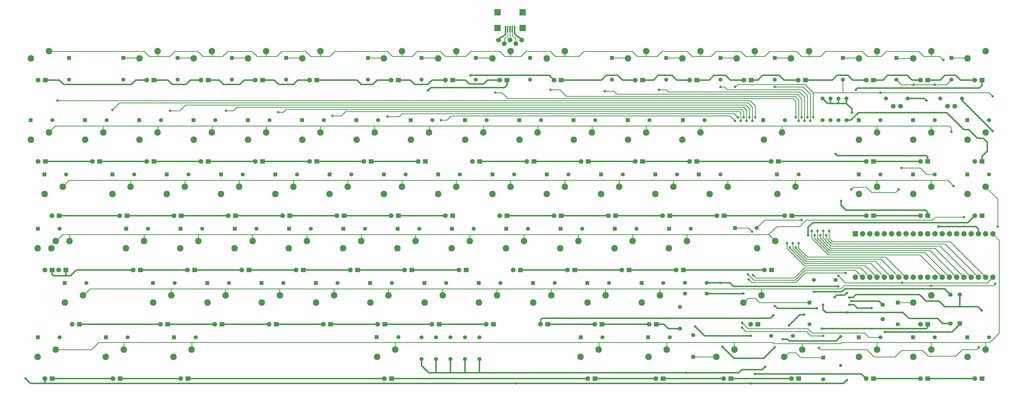
<source format=gtl>
G04 (created by PCBNEW (2013-04-19 BZR 4011)-stable) date 14/07/2013 10:02:36 PM*
%MOIN*%
G04 Gerber Fmt 3.4, Leading zero omitted, Abs format*
%FSLAX34Y34*%
G01*
G70*
G90*
G04 APERTURE LIST*
%ADD10C,0*%
%ADD11C,0.09*%
%ADD12R,0.066X0.059*%
%ADD13C,0.066*%
%ADD14C,0.074*%
%ADD15R,0.074X0.074*%
%ADD16C,0.055*%
%ADD17R,0.055X0.055*%
%ADD18R,0.0865X0.0865*%
%ADD19R,0.0196X0.0865*%
%ADD20C,0.06*%
%ADD21R,0.06X0.06*%
%ADD22C,0.0591*%
%ADD23C,0.045*%
%ADD24C,0.035*%
%ADD25C,0.01*%
%ADD26C,0.02*%
G04 APERTURE END LIST*
G54D10*
G54D11*
X110072Y-42095D03*
X107572Y-43095D03*
G54D12*
X109572Y-46095D03*
G54D13*
X108572Y-46095D03*
X128260Y-15970D03*
X129260Y-15970D03*
X135760Y-15970D03*
X136760Y-15970D03*
G54D14*
X123010Y-39595D03*
X124010Y-39595D03*
X125010Y-39595D03*
X126010Y-39595D03*
X127010Y-39595D03*
X128010Y-39595D03*
X129010Y-39595D03*
X130010Y-39595D03*
X131010Y-39595D03*
X132010Y-39595D03*
X133010Y-39595D03*
X134010Y-39595D03*
X135010Y-39595D03*
X136010Y-39595D03*
X137010Y-39595D03*
X138010Y-39595D03*
X139010Y-39595D03*
X140010Y-39595D03*
X141010Y-39595D03*
X142010Y-39595D03*
X142010Y-33595D03*
X141010Y-33595D03*
X140010Y-33595D03*
X139010Y-33595D03*
X138010Y-33595D03*
X137010Y-33595D03*
X136010Y-33595D03*
X135010Y-33595D03*
X134010Y-33595D03*
X133010Y-33595D03*
X132010Y-33595D03*
X131010Y-33595D03*
X130010Y-33595D03*
X129010Y-33595D03*
X128010Y-33595D03*
X127010Y-33595D03*
X126010Y-33595D03*
X125010Y-33595D03*
X124010Y-33595D03*
G54D15*
X123010Y-33595D03*
G54D16*
X65100Y-50900D03*
X65100Y-47900D03*
X69100Y-50900D03*
X69100Y-47900D03*
X71100Y-50900D03*
X71100Y-47900D03*
X111400Y-47700D03*
X114400Y-47700D03*
X118500Y-14900D03*
X118500Y-17900D03*
X119600Y-14900D03*
X119600Y-17900D03*
X120700Y-14900D03*
X120700Y-17900D03*
X98800Y-43700D03*
X98800Y-46700D03*
X121800Y-14900D03*
X121800Y-17900D03*
G54D11*
X11635Y-19595D03*
X9135Y-20595D03*
G54D12*
X11135Y-23595D03*
G54D13*
X10135Y-23595D03*
G54D11*
X141010Y-49595D03*
X138510Y-50595D03*
G54D12*
X140510Y-53595D03*
G54D13*
X139510Y-53595D03*
G54D11*
X133510Y-27095D03*
X131010Y-28095D03*
G54D12*
X133010Y-31095D03*
G54D13*
X132010Y-31095D03*
G54D11*
X109135Y-8345D03*
X106635Y-9345D03*
G54D12*
X108635Y-12345D03*
G54D13*
X107635Y-12345D03*
G54D11*
X105385Y-27095D03*
X102885Y-28095D03*
G54D12*
X104885Y-31095D03*
G54D13*
X103885Y-31095D03*
G54D11*
X101635Y-19595D03*
X99135Y-20595D03*
G54D12*
X101135Y-23595D03*
G54D13*
X100135Y-23595D03*
G54D11*
X126010Y-8345D03*
X123510Y-9345D03*
G54D12*
X125510Y-12345D03*
G54D13*
X124510Y-12345D03*
G54D11*
X133510Y-19595D03*
X131010Y-20595D03*
G54D12*
X133010Y-23595D03*
G54D13*
X132010Y-23595D03*
G54D11*
X99760Y-34595D03*
X97260Y-35595D03*
G54D12*
X99260Y-38595D03*
G54D13*
X98260Y-38595D03*
G54D11*
X79135Y-19595D03*
X76635Y-20595D03*
G54D12*
X78635Y-23595D03*
G54D13*
X77635Y-23595D03*
G54D11*
X126010Y-27095D03*
X123510Y-28095D03*
G54D12*
X125510Y-31095D03*
G54D13*
X124510Y-31095D03*
G54D11*
X133510Y-8345D03*
X131010Y-9345D03*
G54D12*
X133010Y-12345D03*
G54D13*
X132010Y-12345D03*
G54D11*
X116635Y-8345D03*
X114135Y-9345D03*
G54D12*
X116135Y-12345D03*
G54D13*
X115135Y-12345D03*
G54D11*
X36010Y-42095D03*
X33510Y-43095D03*
G54D12*
X35510Y-46095D03*
G54D13*
X34510Y-46095D03*
G54D11*
X60385Y-27095D03*
X57885Y-28095D03*
G54D12*
X59885Y-31095D03*
G54D13*
X58885Y-31095D03*
G54D11*
X56635Y-19595D03*
X54135Y-20595D03*
G54D12*
X56135Y-23595D03*
G54D13*
X55135Y-23595D03*
G54D11*
X49135Y-8345D03*
X46635Y-9345D03*
G54D12*
X48635Y-12345D03*
G54D13*
X47635Y-12345D03*
G54D11*
X51010Y-42095D03*
X48510Y-43095D03*
G54D12*
X50510Y-46095D03*
G54D13*
X49510Y-46095D03*
G54D11*
X47260Y-34595D03*
X44760Y-35595D03*
G54D12*
X46760Y-38595D03*
G54D13*
X45760Y-38595D03*
G54D11*
X52885Y-27095D03*
X50385Y-28095D03*
G54D12*
X52385Y-31095D03*
G54D13*
X51385Y-31095D03*
G54D11*
X49135Y-19595D03*
X46635Y-20595D03*
G54D12*
X48635Y-23595D03*
G54D13*
X47635Y-23595D03*
G54D11*
X41635Y-8345D03*
X39135Y-9345D03*
G54D12*
X41135Y-12345D03*
G54D13*
X40135Y-12345D03*
G54D11*
X43510Y-42095D03*
X41010Y-43095D03*
G54D12*
X43010Y-46095D03*
G54D13*
X42010Y-46095D03*
G54D11*
X39760Y-34595D03*
X37260Y-35595D03*
G54D12*
X39260Y-38595D03*
G54D13*
X38260Y-38595D03*
G54D11*
X45385Y-27095D03*
X42885Y-28095D03*
G54D12*
X44885Y-31095D03*
G54D13*
X43885Y-31095D03*
G54D11*
X41635Y-19595D03*
X39135Y-20595D03*
G54D12*
X41135Y-23595D03*
G54D13*
X40135Y-23595D03*
G54D11*
X34135Y-8345D03*
X31635Y-9345D03*
G54D12*
X33635Y-12345D03*
G54D13*
X32635Y-12345D03*
G54D11*
X101635Y-8345D03*
X99135Y-9345D03*
G54D12*
X101135Y-12345D03*
G54D13*
X100135Y-12345D03*
G54D11*
X32260Y-34595D03*
X29760Y-35595D03*
G54D12*
X31760Y-38595D03*
G54D13*
X30760Y-38595D03*
G54D11*
X37885Y-27095D03*
X35385Y-28095D03*
G54D12*
X37385Y-31095D03*
G54D13*
X36385Y-31095D03*
G54D11*
X34135Y-19595D03*
X31635Y-20595D03*
G54D12*
X33635Y-23595D03*
G54D13*
X32635Y-23595D03*
G54D11*
X26635Y-8345D03*
X24135Y-9345D03*
G54D12*
X26135Y-12345D03*
G54D13*
X25135Y-12345D03*
G54D11*
X28510Y-42095D03*
X26010Y-43095D03*
G54D12*
X28010Y-46095D03*
G54D13*
X27010Y-46095D03*
G54D11*
X24760Y-34595D03*
X22260Y-35595D03*
G54D12*
X24260Y-38595D03*
G54D13*
X23260Y-38595D03*
G54D11*
X30385Y-27095D03*
X27885Y-28095D03*
G54D12*
X29885Y-31095D03*
G54D13*
X28885Y-31095D03*
G54D11*
X26635Y-19595D03*
X24135Y-20595D03*
G54D12*
X26135Y-23595D03*
G54D13*
X25135Y-23595D03*
G54D11*
X22885Y-27095D03*
X20385Y-28095D03*
G54D12*
X22385Y-31095D03*
G54D13*
X21385Y-31095D03*
G54D11*
X19135Y-19595D03*
X16635Y-20595D03*
G54D12*
X18635Y-23595D03*
G54D13*
X17635Y-23595D03*
G54D11*
X11635Y-8345D03*
X9135Y-9345D03*
G54D12*
X11135Y-12345D03*
G54D13*
X10135Y-12345D03*
G54D11*
X54760Y-34595D03*
X52260Y-35595D03*
G54D12*
X54260Y-38595D03*
G54D13*
X53260Y-38595D03*
G54D11*
X96010Y-42095D03*
X93510Y-43095D03*
G54D12*
X95510Y-46095D03*
G54D13*
X94510Y-46095D03*
G54D11*
X92260Y-34595D03*
X89760Y-35595D03*
G54D12*
X91760Y-38595D03*
G54D13*
X90760Y-38595D03*
G54D11*
X97885Y-27095D03*
X95385Y-28095D03*
G54D12*
X97385Y-31095D03*
G54D13*
X96385Y-31095D03*
G54D11*
X94135Y-19595D03*
X91635Y-20595D03*
G54D12*
X93635Y-23595D03*
G54D13*
X92635Y-23595D03*
G54D11*
X94135Y-8345D03*
X91635Y-9345D03*
G54D12*
X93635Y-12345D03*
G54D13*
X92635Y-12345D03*
G54D11*
X88510Y-42095D03*
X86010Y-43095D03*
G54D12*
X88010Y-46095D03*
G54D13*
X87010Y-46095D03*
G54D11*
X84760Y-34595D03*
X82260Y-35595D03*
G54D12*
X84260Y-38595D03*
G54D13*
X83260Y-38595D03*
G54D11*
X90385Y-27095D03*
X87885Y-28095D03*
G54D12*
X89885Y-31095D03*
G54D13*
X88885Y-31095D03*
G54D11*
X86635Y-19595D03*
X84135Y-20595D03*
G54D12*
X86135Y-23595D03*
G54D13*
X85135Y-23595D03*
G54D11*
X82885Y-8345D03*
X80385Y-9345D03*
G54D12*
X82385Y-12345D03*
G54D13*
X81385Y-12345D03*
G54D11*
X81010Y-42095D03*
X78510Y-43095D03*
G54D12*
X80510Y-46095D03*
G54D13*
X79510Y-46095D03*
G54D11*
X77260Y-34595D03*
X74760Y-35595D03*
G54D12*
X76760Y-38595D03*
G54D13*
X75760Y-38595D03*
G54D11*
X82885Y-27095D03*
X80385Y-28095D03*
G54D12*
X82385Y-31095D03*
G54D13*
X81385Y-31095D03*
G54D11*
X75385Y-8345D03*
X72885Y-9345D03*
G54D12*
X74885Y-12345D03*
G54D13*
X73885Y-12345D03*
G54D11*
X73510Y-42095D03*
X71010Y-43095D03*
G54D12*
X73010Y-46095D03*
G54D13*
X72010Y-46095D03*
G54D11*
X69760Y-34595D03*
X67260Y-35595D03*
G54D12*
X69260Y-38595D03*
G54D13*
X68260Y-38595D03*
G54D11*
X75385Y-27095D03*
X72885Y-28095D03*
G54D12*
X74885Y-31095D03*
G54D13*
X73885Y-31095D03*
G54D11*
X71635Y-19595D03*
X69135Y-20595D03*
G54D12*
X71135Y-23595D03*
G54D13*
X70135Y-23595D03*
G54D11*
X67885Y-8345D03*
X65385Y-9345D03*
G54D12*
X67385Y-12345D03*
G54D13*
X66385Y-12345D03*
G54D11*
X66010Y-42095D03*
X63510Y-43095D03*
G54D12*
X65510Y-46095D03*
G54D13*
X64510Y-46095D03*
G54D11*
X62260Y-34595D03*
X59760Y-35595D03*
G54D12*
X61760Y-38595D03*
G54D13*
X60760Y-38595D03*
G54D11*
X67885Y-27095D03*
X65385Y-28095D03*
G54D12*
X67385Y-31095D03*
G54D13*
X66385Y-31095D03*
G54D11*
X64135Y-19595D03*
X61635Y-20595D03*
G54D12*
X63635Y-23595D03*
G54D13*
X62635Y-23595D03*
G54D11*
X60385Y-8345D03*
X57885Y-9345D03*
G54D12*
X59885Y-12345D03*
G54D13*
X58885Y-12345D03*
G54D11*
X58510Y-42095D03*
X56010Y-43095D03*
G54D12*
X58010Y-46095D03*
G54D13*
X57010Y-46095D03*
G54D11*
X133510Y-49595D03*
X131010Y-50595D03*
G54D12*
X133010Y-53595D03*
G54D13*
X132010Y-53595D03*
G54D11*
X133510Y-42095D03*
X131010Y-43095D03*
G54D12*
X133010Y-46095D03*
G54D13*
X132010Y-46095D03*
G54D11*
X126010Y-49595D03*
X123510Y-50595D03*
G54D12*
X125510Y-53595D03*
G54D13*
X124510Y-53595D03*
G54D11*
X126010Y-19595D03*
X123510Y-20595D03*
G54D12*
X125510Y-23595D03*
G54D13*
X124510Y-23595D03*
G54D11*
X141010Y-8345D03*
X138510Y-9345D03*
G54D12*
X140510Y-12345D03*
G54D13*
X139510Y-12345D03*
G54D11*
X141010Y-19595D03*
X138510Y-20595D03*
G54D12*
X140510Y-23595D03*
G54D13*
X139510Y-23595D03*
G54D11*
X141010Y-27095D03*
X138510Y-28095D03*
G54D12*
X140510Y-31095D03*
G54D13*
X139510Y-31095D03*
G54D11*
X114760Y-27095D03*
X112260Y-28095D03*
G54D12*
X114260Y-31095D03*
G54D13*
X113260Y-31095D03*
G54D11*
X13510Y-27095D03*
X11010Y-28095D03*
G54D12*
X13010Y-31095D03*
G54D13*
X12010Y-31095D03*
G54D11*
X31322Y-49595D03*
X28822Y-50595D03*
G54D12*
X30822Y-53595D03*
G54D13*
X29822Y-53595D03*
G54D11*
X21947Y-49595D03*
X19447Y-50595D03*
G54D12*
X21447Y-53595D03*
G54D13*
X20447Y-53595D03*
G54D11*
X12572Y-49595D03*
X10072Y-50595D03*
G54D12*
X12072Y-53595D03*
G54D13*
X11072Y-53595D03*
G54D11*
X106322Y-49595D03*
X103822Y-50595D03*
G54D12*
X105822Y-53595D03*
G54D13*
X104822Y-53595D03*
G54D11*
X115697Y-49595D03*
X113197Y-50595D03*
G54D12*
X115197Y-53595D03*
G54D13*
X114197Y-53595D03*
G54D11*
X96947Y-49595D03*
X94447Y-50595D03*
G54D12*
X96447Y-53595D03*
G54D13*
X95447Y-53595D03*
G54D11*
X87572Y-49595D03*
X85072Y-50595D03*
G54D12*
X87072Y-53595D03*
G54D13*
X86072Y-53595D03*
G54D11*
X59447Y-49595D03*
X56947Y-50595D03*
G54D12*
X58947Y-53595D03*
G54D13*
X57947Y-53595D03*
G54D11*
X111947Y-34595D03*
X109447Y-35595D03*
G54D12*
X111447Y-38595D03*
G54D13*
X110447Y-38595D03*
G54D11*
X16322Y-42095D03*
X13822Y-43095D03*
G54D12*
X15822Y-46095D03*
G54D13*
X14822Y-46095D03*
X12947Y-38595D03*
G54D12*
X13947Y-38595D03*
G54D11*
X11947Y-35595D03*
X14447Y-34595D03*
X12572Y-34595D03*
X10072Y-35595D03*
G54D12*
X12072Y-38595D03*
G54D13*
X11072Y-38595D03*
G54D11*
X112885Y-19595D03*
X110385Y-20595D03*
G54D12*
X112385Y-23595D03*
G54D13*
X111385Y-23595D03*
G54D17*
X65400Y-25400D03*
G54D16*
X68400Y-25400D03*
G54D17*
X76600Y-17900D03*
G54D16*
X79600Y-17900D03*
G54D17*
X70600Y-9300D03*
G54D16*
X70600Y-12300D03*
G54D17*
X71000Y-40400D03*
G54D16*
X74000Y-40400D03*
G54D17*
X67300Y-32900D03*
G54D16*
X70300Y-32900D03*
G54D17*
X72900Y-25400D03*
G54D16*
X75900Y-25400D03*
G54D17*
X69100Y-17900D03*
G54D16*
X72100Y-17900D03*
G54D17*
X63100Y-9300D03*
G54D16*
X63100Y-12300D03*
G54D17*
X111900Y-9300D03*
G54D16*
X111900Y-12300D03*
G54D17*
X63500Y-40400D03*
G54D16*
X66500Y-40400D03*
G54D17*
X59800Y-32900D03*
G54D16*
X62800Y-32900D03*
G54D17*
X123500Y-17900D03*
G54D16*
X126500Y-17900D03*
G54D17*
X80400Y-25400D03*
G54D16*
X83400Y-25400D03*
G54D17*
X61600Y-17900D03*
G54D16*
X64600Y-17900D03*
G54D17*
X123500Y-25400D03*
G54D16*
X126500Y-25400D03*
G54D17*
X55700Y-9300D03*
G54D16*
X55700Y-12300D03*
G54D17*
X56000Y-40400D03*
G54D16*
X59000Y-40400D03*
G54D17*
X57900Y-25400D03*
G54D16*
X60900Y-25400D03*
G54D17*
X121300Y-9300D03*
G54D16*
X121300Y-12300D03*
G54D17*
X54100Y-17900D03*
G54D16*
X57100Y-17900D03*
G54D17*
X44400Y-9300D03*
G54D16*
X44400Y-12300D03*
G54D17*
X131000Y-17900D03*
G54D16*
X134000Y-17900D03*
G54D17*
X86000Y-40400D03*
G54D16*
X89000Y-40400D03*
G54D17*
X99200Y-17900D03*
G54D16*
X102200Y-17900D03*
G54D17*
X96900Y-9300D03*
G54D16*
X96900Y-12300D03*
G54D17*
X56885Y-47845D03*
G54D16*
X59885Y-47845D03*
G54D17*
X93500Y-40400D03*
G54D16*
X96500Y-40400D03*
G54D17*
X101400Y-25400D03*
G54D16*
X104400Y-25400D03*
G54D17*
X89800Y-32900D03*
G54D16*
X92800Y-32900D03*
G54D17*
X95400Y-25400D03*
G54D16*
X98400Y-25400D03*
G54D17*
X97300Y-32900D03*
G54D16*
X100300Y-32900D03*
G54D17*
X91600Y-17900D03*
G54D16*
X94600Y-17900D03*
G54D17*
X89400Y-9300D03*
G54D16*
X89400Y-12300D03*
G54D17*
X14400Y-9300D03*
G54D16*
X14400Y-12300D03*
G54D17*
X82300Y-32900D03*
G54D16*
X85300Y-32900D03*
G54D17*
X104400Y-9300D03*
G54D16*
X104400Y-12300D03*
G54D17*
X87900Y-25400D03*
G54D16*
X90900Y-25400D03*
G54D17*
X84100Y-17900D03*
G54D16*
X87100Y-17900D03*
G54D17*
X110300Y-17900D03*
G54D16*
X113300Y-17900D03*
G54D17*
X78100Y-9300D03*
G54D16*
X78100Y-12300D03*
G54D17*
X78500Y-40400D03*
G54D16*
X81500Y-40400D03*
G54D17*
X112200Y-25400D03*
G54D16*
X115200Y-25400D03*
G54D17*
X74800Y-32900D03*
G54D16*
X77800Y-32900D03*
G54D17*
X52300Y-32900D03*
G54D16*
X55300Y-32900D03*
G54D17*
X26000Y-40400D03*
G54D16*
X29000Y-40400D03*
G54D17*
X29400Y-9300D03*
G54D16*
X29400Y-12300D03*
G54D17*
X28900Y-47900D03*
G54D16*
X31900Y-47900D03*
G54D17*
X33500Y-40400D03*
G54D16*
X36500Y-40400D03*
G54D17*
X29800Y-32900D03*
G54D16*
X32800Y-32900D03*
G54D17*
X48500Y-40400D03*
G54D16*
X51500Y-40400D03*
G54D17*
X31600Y-17900D03*
G54D16*
X34600Y-17900D03*
G54D17*
X94400Y-47900D03*
G54D16*
X97400Y-47900D03*
G54D17*
X21900Y-9300D03*
G54D16*
X21900Y-12300D03*
G54D17*
X19500Y-47900D03*
G54D16*
X22500Y-47900D03*
G54D17*
X35400Y-25400D03*
G54D16*
X38400Y-25400D03*
G54D17*
X22300Y-32900D03*
G54D16*
X25300Y-32900D03*
G54D17*
X11000Y-25400D03*
G54D16*
X14000Y-25400D03*
G54D17*
X27900Y-25400D03*
G54D16*
X30900Y-25400D03*
G54D17*
X24100Y-17900D03*
G54D16*
X27100Y-17900D03*
G54D17*
X9100Y-17900D03*
G54D16*
X12100Y-17900D03*
G54D17*
X10100Y-47900D03*
G54D16*
X13100Y-47900D03*
G54D17*
X13800Y-40400D03*
G54D16*
X16800Y-40400D03*
G54D17*
X10100Y-32900D03*
G54D16*
X13100Y-32900D03*
G54D17*
X20400Y-25400D03*
G54D16*
X23400Y-25400D03*
G54D17*
X16600Y-17900D03*
G54D16*
X19600Y-17900D03*
G54D17*
X85100Y-47900D03*
G54D16*
X88100Y-47900D03*
G54D17*
X46600Y-17900D03*
G54D16*
X49600Y-17900D03*
G54D17*
X50400Y-25400D03*
G54D16*
X53400Y-25400D03*
G54D17*
X36900Y-9300D03*
G54D16*
X36900Y-12300D03*
G54D17*
X131000Y-25400D03*
G54D16*
X134000Y-25400D03*
G54D17*
X41000Y-40400D03*
G54D16*
X44000Y-40400D03*
G54D17*
X37300Y-32900D03*
G54D16*
X40300Y-32900D03*
G54D17*
X44800Y-32900D03*
G54D16*
X47800Y-32900D03*
G54D17*
X42900Y-25400D03*
G54D16*
X45900Y-25400D03*
G54D17*
X128700Y-9300D03*
G54D16*
X128700Y-12300D03*
G54D17*
X39100Y-17900D03*
G54D16*
X42100Y-17900D03*
G54D17*
X106400Y-32800D03*
G54D16*
X109400Y-32800D03*
G54D17*
X116700Y-43100D03*
G54D16*
X116700Y-46100D03*
G54D17*
X118600Y-50700D03*
G54D16*
X118600Y-53700D03*
G54D17*
X123500Y-47900D03*
G54D16*
X126500Y-47900D03*
G54D17*
X100635Y-50595D03*
G54D16*
X100635Y-47595D03*
G54D17*
X128885Y-43095D03*
G54D16*
X128885Y-46095D03*
G54D17*
X131000Y-47900D03*
G54D16*
X134000Y-47900D03*
G54D17*
X136300Y-9300D03*
G54D16*
X136300Y-12300D03*
G54D17*
X138500Y-17900D03*
G54D16*
X141500Y-17900D03*
G54D17*
X138500Y-25400D03*
G54D16*
X141500Y-25400D03*
G54D17*
X138500Y-47900D03*
G54D16*
X141500Y-47900D03*
G54D18*
X73576Y-5165D03*
G54D19*
X75949Y-5275D03*
X75634Y-5275D03*
X75320Y-5275D03*
X75006Y-5275D03*
X74691Y-5275D03*
G54D18*
X77064Y-5165D03*
X77064Y-3000D03*
X73576Y-3000D03*
G54D13*
X73720Y-6820D03*
X74520Y-7320D03*
X75320Y-6820D03*
X76120Y-7320D03*
X76920Y-6820D03*
G54D20*
X136150Y-46000D03*
X136150Y-42000D03*
G54D16*
X117300Y-39950D03*
X120300Y-39950D03*
X102500Y-41850D03*
X99500Y-41850D03*
X99500Y-40350D03*
X102500Y-40350D03*
G54D21*
X137450Y-46000D03*
G54D20*
X137450Y-42000D03*
G54D22*
X126800Y-45400D03*
X126800Y-43400D03*
G54D16*
X127250Y-14900D03*
X130250Y-14900D03*
X134750Y-14900D03*
X137750Y-14900D03*
X63100Y-50900D03*
X63100Y-47900D03*
X67100Y-50900D03*
X67100Y-47900D03*
G54D23*
X121000Y-47800D03*
X121000Y-51800D03*
G54D24*
X115200Y-34900D03*
X12800Y-15200D03*
X109200Y-17500D03*
X114800Y-35500D03*
X108800Y-18000D03*
X20400Y-16500D03*
X117800Y-33200D03*
X88400Y-13900D03*
X115600Y-17500D03*
X118200Y-33800D03*
X95900Y-13700D03*
X116000Y-18000D03*
X118600Y-33200D03*
X116400Y-17500D03*
X104400Y-13300D03*
X118600Y-47700D03*
X107350Y-46550D03*
X119000Y-33800D03*
X118000Y-49350D03*
X140100Y-49300D03*
X115600Y-31700D03*
X111900Y-13300D03*
X116800Y-18000D03*
X119400Y-33200D03*
X107400Y-45900D03*
X106400Y-13300D03*
X126500Y-14100D03*
X142000Y-14600D03*
X117200Y-17500D03*
X131050Y-13000D03*
X129000Y-27450D03*
X122450Y-27450D03*
X120700Y-39400D03*
X129500Y-40350D03*
X134000Y-13000D03*
X129400Y-24500D03*
X28350Y-16600D03*
X114400Y-34900D03*
X108400Y-17500D03*
X36100Y-16600D03*
X114000Y-35500D03*
X108000Y-18000D03*
X113600Y-34900D03*
X107600Y-17500D03*
X43300Y-16800D03*
X50800Y-17300D03*
X108900Y-39300D03*
X107200Y-18000D03*
X106800Y-17500D03*
X108200Y-39200D03*
X58400Y-17400D03*
X121650Y-39000D03*
X65800Y-17900D03*
X106400Y-18000D03*
X108300Y-39900D03*
X114800Y-17500D03*
X73300Y-14100D03*
X117000Y-33200D03*
X117400Y-33800D03*
X80900Y-13700D03*
X115200Y-18000D03*
X120650Y-40850D03*
X122450Y-42900D03*
X104350Y-40350D03*
X134500Y-32600D03*
X132850Y-15200D03*
X142000Y-19400D03*
X108600Y-47700D03*
X100900Y-46400D03*
X76150Y-54250D03*
X108600Y-54250D03*
X121850Y-53800D03*
X8400Y-53600D03*
X69850Y-11700D03*
X127100Y-47150D03*
X64000Y-13800D03*
X120300Y-22550D03*
X121050Y-29050D03*
X123100Y-13700D03*
X121850Y-41750D03*
X120150Y-42350D03*
X135200Y-9600D03*
X136300Y-19500D03*
X136600Y-27000D03*
X138010Y-31300D03*
X142350Y-40500D03*
X133500Y-40750D03*
X142700Y-32600D03*
X109150Y-52950D03*
X118550Y-43400D03*
X121900Y-44450D03*
X111900Y-49250D03*
X113000Y-48150D03*
X104650Y-49200D03*
X125250Y-43850D03*
X122200Y-43400D03*
X111700Y-44850D03*
X107550Y-41850D03*
X111900Y-43550D03*
X117700Y-43900D03*
X122200Y-42400D03*
X140500Y-44200D03*
X117300Y-41600D03*
X122550Y-16850D03*
X113850Y-46250D03*
X115950Y-44750D03*
X110550Y-51950D03*
X99650Y-52800D03*
X108750Y-33300D03*
X116500Y-33800D03*
X118400Y-46700D03*
G54D25*
X130010Y-39595D02*
X129995Y-39595D01*
X129995Y-39595D02*
X127200Y-36800D01*
X116400Y-36800D02*
X127200Y-36800D01*
X115200Y-35600D02*
X116400Y-36800D01*
X115200Y-34900D02*
X115200Y-35600D01*
X109200Y-15900D02*
X108500Y-15200D01*
X12800Y-15200D02*
X108500Y-15200D01*
X109200Y-15900D02*
X109200Y-17500D01*
X129010Y-39595D02*
X129010Y-39560D01*
X129010Y-39560D02*
X126550Y-37100D01*
X114800Y-35600D02*
X116300Y-37100D01*
X116300Y-37100D02*
X126550Y-37100D01*
X114800Y-35500D02*
X114800Y-35600D01*
X108800Y-18000D02*
X108800Y-16100D01*
X108800Y-16100D02*
X108200Y-15500D01*
X21400Y-15500D02*
X108200Y-15500D01*
X20400Y-16500D02*
X21400Y-15500D01*
X127700Y-35900D02*
X133315Y-35900D01*
X133315Y-35900D02*
X137010Y-39595D01*
X117800Y-34200D02*
X119500Y-35900D01*
X117800Y-33200D02*
X117800Y-34200D01*
X88400Y-13900D02*
X89700Y-13900D01*
X119500Y-35900D02*
X127700Y-35900D01*
X127700Y-35900D02*
X127705Y-35900D01*
X89700Y-13900D02*
X90100Y-14300D01*
X115600Y-17500D02*
X115600Y-14900D01*
X115000Y-14300D02*
X90100Y-14300D01*
X115600Y-14900D02*
X115000Y-14300D01*
X127000Y-35600D02*
X134015Y-35600D01*
X134015Y-35600D02*
X138010Y-39595D01*
X118200Y-34200D02*
X119600Y-35600D01*
X118200Y-33800D02*
X118200Y-34200D01*
X119600Y-35600D02*
X127000Y-35600D01*
X127000Y-35600D02*
X127005Y-35600D01*
X116000Y-14700D02*
X116000Y-18000D01*
X115300Y-14000D02*
X116000Y-14700D01*
X115300Y-14000D02*
X97200Y-14000D01*
X96900Y-13700D02*
X97200Y-14000D01*
X96900Y-13700D02*
X95900Y-13700D01*
X119700Y-35300D02*
X120900Y-35300D01*
X118600Y-34200D02*
X119700Y-35300D01*
X118600Y-33200D02*
X118600Y-34200D01*
X126305Y-35300D02*
X134715Y-35300D01*
X105350Y-13700D02*
X104950Y-13300D01*
X104400Y-13300D02*
X104950Y-13300D01*
X115600Y-13700D02*
X116400Y-14500D01*
X116400Y-14500D02*
X116400Y-17500D01*
X115600Y-13700D02*
X105350Y-13700D01*
X120900Y-35300D02*
X126305Y-35300D01*
X134715Y-35300D02*
X139010Y-39595D01*
X116850Y-47700D02*
X118600Y-47700D01*
X116850Y-47700D02*
X116250Y-47100D01*
X107900Y-47100D02*
X107350Y-46550D01*
X116250Y-47100D02*
X107900Y-47100D01*
X119800Y-35000D02*
X121000Y-35000D01*
X119000Y-34200D02*
X119800Y-35000D01*
X119000Y-33800D02*
X119000Y-34200D01*
X125600Y-35000D02*
X135415Y-35000D01*
X135415Y-35000D02*
X140010Y-39595D01*
X109400Y-32800D02*
X110500Y-31700D01*
X118250Y-49600D02*
X118000Y-49350D01*
X138900Y-49600D02*
X139800Y-49600D01*
X137800Y-49600D02*
X138900Y-49600D01*
X124600Y-49600D02*
X118250Y-49600D01*
X125600Y-50600D02*
X124600Y-49600D01*
X128500Y-50600D02*
X125600Y-50600D01*
X129400Y-49700D02*
X128500Y-50600D01*
X132300Y-49700D02*
X129400Y-49700D01*
X133100Y-50500D02*
X132300Y-49700D01*
X136900Y-50500D02*
X133100Y-50500D01*
X137800Y-49600D02*
X136900Y-50500D01*
X139800Y-49600D02*
X140100Y-49300D01*
X110500Y-31700D02*
X114600Y-31700D01*
X114600Y-31700D02*
X115600Y-31700D01*
X121000Y-35000D02*
X125600Y-35000D01*
X125600Y-35000D02*
X125605Y-35000D01*
X111900Y-13300D02*
X115800Y-13300D01*
X115800Y-13300D02*
X116800Y-14300D01*
X116800Y-14300D02*
X116800Y-18000D01*
X106750Y-12950D02*
X116050Y-12950D01*
X119900Y-34700D02*
X121100Y-34700D01*
X119400Y-34200D02*
X119900Y-34700D01*
X119400Y-33200D02*
X119400Y-34200D01*
X124900Y-34700D02*
X136115Y-34700D01*
X136115Y-34700D02*
X141010Y-39595D01*
X126500Y-47900D02*
X124900Y-47900D01*
X124900Y-47900D02*
X124300Y-47300D01*
X124300Y-47300D02*
X117050Y-47300D01*
X117050Y-47300D02*
X116950Y-47200D01*
X116950Y-47200D02*
X116450Y-46700D01*
X116450Y-46700D02*
X108200Y-46700D01*
X108200Y-46700D02*
X107400Y-45900D01*
X117200Y-14100D02*
X116050Y-12950D01*
X106400Y-13300D02*
X106750Y-12950D01*
X126500Y-14100D02*
X141500Y-14100D01*
X141500Y-14100D02*
X142000Y-14600D01*
X121300Y-14100D02*
X126500Y-14100D01*
X121100Y-34700D02*
X124900Y-34700D01*
X124900Y-34700D02*
X124905Y-34700D01*
X117200Y-14100D02*
X117200Y-17500D01*
X121300Y-12300D02*
X121300Y-14100D01*
X117200Y-14100D02*
X121300Y-14100D01*
X125300Y-27900D02*
X128550Y-27900D01*
X124550Y-27150D02*
X125300Y-27900D01*
X122750Y-27150D02*
X124550Y-27150D01*
X122450Y-27450D02*
X122750Y-27150D01*
X128550Y-27900D02*
X129000Y-27450D01*
X121650Y-40350D02*
X120700Y-39400D01*
X121650Y-40350D02*
X121800Y-40350D01*
X129500Y-40350D02*
X128850Y-40350D01*
X122400Y-40350D02*
X128850Y-40350D01*
X121800Y-40350D02*
X122400Y-40350D01*
X121850Y-40350D02*
X121800Y-40350D01*
X129750Y-40350D02*
X129500Y-40350D01*
X141255Y-40350D02*
X142010Y-39595D01*
X129750Y-40350D02*
X141255Y-40350D01*
X134000Y-13000D02*
X131050Y-13000D01*
X131050Y-13000D02*
X129400Y-13000D01*
X129400Y-13000D02*
X128700Y-12300D01*
X135600Y-13000D02*
X134000Y-13000D01*
X136300Y-12300D02*
X135600Y-13000D01*
X134000Y-25400D02*
X132900Y-25400D01*
X132000Y-24500D02*
X129400Y-24500D01*
X132900Y-25400D02*
X132000Y-24500D01*
X128010Y-39595D02*
X127995Y-39595D01*
X127995Y-39595D02*
X125800Y-37400D01*
X30500Y-15800D02*
X29700Y-16600D01*
X29700Y-16600D02*
X28350Y-16600D01*
X116200Y-37400D02*
X125800Y-37400D01*
X114400Y-35600D02*
X116200Y-37400D01*
X114400Y-34900D02*
X114400Y-35600D01*
X30500Y-15800D02*
X107900Y-15800D01*
X107900Y-15800D02*
X108400Y-16300D01*
X108400Y-16300D02*
X108400Y-17500D01*
X127010Y-39595D02*
X127010Y-39560D01*
X127010Y-39560D02*
X125150Y-37700D01*
X37600Y-16100D02*
X37100Y-16600D01*
X37100Y-16600D02*
X36100Y-16600D01*
X116100Y-37700D02*
X125150Y-37700D01*
X114000Y-35600D02*
X116100Y-37700D01*
X114000Y-35500D02*
X114000Y-35600D01*
X37600Y-16100D02*
X107600Y-16100D01*
X107600Y-16100D02*
X108000Y-16500D01*
X108000Y-16500D02*
X108000Y-18000D01*
X126010Y-39595D02*
X125995Y-39595D01*
X125995Y-39595D02*
X124400Y-38000D01*
X44400Y-16400D02*
X44000Y-16800D01*
X116000Y-38000D02*
X124400Y-38000D01*
X113600Y-35600D02*
X116000Y-38000D01*
X113600Y-34900D02*
X113600Y-35600D01*
X44400Y-16400D02*
X107300Y-16400D01*
X107300Y-16400D02*
X107600Y-16700D01*
X107600Y-16700D02*
X107600Y-17500D01*
X44000Y-16800D02*
X43300Y-16800D01*
X125010Y-39595D02*
X125010Y-39560D01*
X125010Y-39560D02*
X123750Y-38300D01*
X52600Y-16700D02*
X52000Y-17300D01*
X52000Y-17300D02*
X50800Y-17300D01*
X116000Y-38300D02*
X123750Y-38300D01*
X108900Y-39300D02*
X109300Y-39700D01*
X114600Y-39700D02*
X116000Y-38300D01*
X109300Y-39700D02*
X114600Y-39700D01*
X52600Y-16700D02*
X107000Y-16700D01*
X107200Y-16900D02*
X107200Y-18000D01*
X107000Y-16700D02*
X107200Y-16900D01*
X124010Y-39595D02*
X123995Y-39595D01*
X123995Y-39595D02*
X123000Y-38600D01*
X60400Y-17000D02*
X60000Y-17400D01*
X60400Y-17000D02*
X106300Y-17000D01*
X106300Y-17000D02*
X106800Y-17500D01*
X114700Y-40000D02*
X116100Y-38600D01*
X109000Y-40000D02*
X114700Y-40000D01*
X116100Y-38600D02*
X123000Y-38600D01*
X108200Y-39200D02*
X109000Y-40000D01*
X60000Y-17400D02*
X58400Y-17400D01*
X105700Y-17300D02*
X106400Y-18000D01*
X105700Y-17300D02*
X67200Y-17300D01*
X114800Y-40300D02*
X116100Y-39000D01*
X108700Y-40300D02*
X114800Y-40300D01*
X108300Y-39900D02*
X108700Y-40300D01*
X66600Y-17900D02*
X65800Y-17900D01*
X67200Y-17300D02*
X66600Y-17900D01*
X121650Y-39000D02*
X116100Y-39000D01*
X129050Y-36500D02*
X131915Y-36500D01*
X131915Y-36500D02*
X135010Y-39595D01*
X117000Y-34200D02*
X119300Y-36500D01*
X114800Y-15300D02*
X114800Y-17500D01*
X114800Y-15300D02*
X114400Y-14900D01*
X114400Y-14900D02*
X75000Y-14900D01*
X73300Y-14100D02*
X74200Y-14100D01*
X75000Y-14900D02*
X74200Y-14100D01*
X117000Y-33200D02*
X117000Y-34200D01*
X119300Y-36500D02*
X129050Y-36500D01*
X129050Y-36500D02*
X129105Y-36500D01*
X128400Y-36200D02*
X132615Y-36200D01*
X132615Y-36200D02*
X136010Y-39595D01*
X117400Y-34200D02*
X119400Y-36200D01*
X117400Y-33800D02*
X117400Y-34200D01*
X82200Y-13700D02*
X83100Y-14600D01*
X80900Y-13700D02*
X82200Y-13700D01*
X119400Y-36200D02*
X128400Y-36200D01*
X128400Y-36200D02*
X128405Y-36200D01*
X114700Y-14600D02*
X83100Y-14600D01*
X115200Y-15100D02*
X114700Y-14600D01*
X115200Y-15100D02*
X115200Y-18000D01*
G54D26*
X122450Y-42900D02*
X126300Y-42900D01*
X126300Y-42900D02*
X126800Y-43400D01*
X108550Y-40850D02*
X112650Y-40850D01*
X120650Y-40850D02*
X118250Y-40850D01*
X112650Y-40850D02*
X114600Y-40850D01*
X118250Y-40850D02*
X114600Y-40850D01*
X102500Y-40350D02*
X104350Y-40350D01*
X104350Y-40350D02*
X105700Y-40350D01*
X106200Y-40850D02*
X108550Y-40850D01*
X105700Y-40350D02*
X106200Y-40850D01*
X139700Y-32600D02*
X140010Y-32910D01*
X140010Y-33595D02*
X140010Y-32910D01*
X134500Y-32600D02*
X139700Y-32600D01*
X132550Y-14900D02*
X130250Y-14900D01*
X132850Y-15200D02*
X132550Y-14900D01*
X138400Y-15800D02*
X137800Y-15200D01*
X142000Y-19400D02*
X138400Y-15800D01*
X137800Y-14950D02*
X137750Y-14900D01*
X137800Y-15200D02*
X137800Y-14950D01*
X102200Y-47700D02*
X108600Y-47700D01*
X100900Y-46400D02*
X102200Y-47700D01*
X108600Y-54250D02*
X121375Y-54250D01*
X121400Y-54250D02*
X121850Y-53800D01*
X121375Y-54250D02*
X121400Y-54250D01*
X11072Y-54250D02*
X76150Y-54250D01*
X76150Y-54250D02*
X108600Y-54250D01*
X11072Y-53595D02*
X11072Y-54250D01*
X11072Y-54250D02*
X9050Y-54250D01*
X9050Y-54250D02*
X8400Y-53600D01*
X69850Y-11700D02*
X80740Y-11700D01*
X81385Y-12345D02*
X80740Y-11700D01*
X137450Y-46100D02*
X136400Y-47150D01*
X136400Y-47150D02*
X127100Y-47150D01*
X137450Y-46100D02*
X137450Y-46000D01*
X64000Y-13800D02*
X64400Y-13400D01*
X74885Y-13065D02*
X74885Y-12345D01*
X74550Y-13400D02*
X74885Y-13065D01*
X64400Y-13400D02*
X74550Y-13400D01*
X140510Y-23595D02*
X140510Y-22890D01*
X122400Y-17900D02*
X123450Y-16850D01*
X123450Y-16850D02*
X135650Y-16850D01*
X135650Y-16850D02*
X138000Y-19200D01*
X138000Y-19200D02*
X138700Y-19200D01*
X138700Y-19200D02*
X139900Y-20400D01*
X139900Y-20400D02*
X140700Y-20400D01*
X140700Y-20400D02*
X141000Y-20700D01*
X122400Y-17900D02*
X121800Y-17900D01*
X141250Y-20950D02*
X141000Y-20700D01*
X141250Y-22150D02*
X141250Y-20950D01*
X140510Y-22890D02*
X141250Y-22150D01*
G54D25*
X140510Y-23595D02*
X140495Y-23595D01*
G54D26*
X120550Y-22800D02*
X120300Y-22550D01*
X133010Y-23010D02*
X132800Y-22800D01*
X132800Y-22800D02*
X122200Y-22800D01*
X133010Y-23010D02*
X133010Y-23595D01*
X122200Y-22800D02*
X120550Y-22800D01*
G54D25*
X133010Y-23595D02*
X132995Y-23595D01*
G54D26*
X121725Y-30325D02*
X132725Y-30325D01*
X121200Y-29800D02*
X121050Y-29650D01*
X121050Y-29650D02*
X121050Y-29050D01*
X121200Y-29800D02*
X121725Y-30325D01*
X133010Y-31095D02*
X133010Y-30610D01*
X132900Y-30500D02*
X133010Y-30610D01*
X132800Y-30400D02*
X132900Y-30500D01*
X132725Y-30325D02*
X132800Y-30400D01*
G54D25*
X132995Y-31095D02*
X133010Y-31095D01*
G54D26*
X123350Y-13450D02*
X140150Y-13450D01*
X140150Y-13450D02*
X140200Y-13400D01*
X140510Y-13090D02*
X140200Y-13400D01*
X140510Y-13090D02*
X140510Y-12345D01*
X123350Y-13450D02*
X123100Y-13700D01*
X95510Y-46095D02*
X96595Y-46095D01*
X96595Y-46095D02*
X97200Y-46700D01*
X97200Y-46700D02*
X98800Y-46700D01*
X121550Y-42050D02*
X121850Y-41750D01*
X120450Y-42050D02*
X121550Y-42050D01*
X120150Y-42350D02*
X120450Y-42050D01*
G54D25*
X24800Y-8400D02*
X11690Y-8400D01*
X11690Y-8400D02*
X11635Y-8345D01*
X133500Y-9100D02*
X134700Y-9100D01*
X134700Y-9100D02*
X135200Y-9600D01*
X133510Y-8345D02*
X133510Y-9100D01*
X133510Y-9100D02*
X133500Y-9100D01*
X131800Y-8400D02*
X132500Y-9100D01*
X132500Y-9100D02*
X133500Y-9100D01*
X127300Y-8400D02*
X131800Y-8400D01*
X126600Y-9100D02*
X127300Y-8400D01*
X126000Y-9100D02*
X126600Y-9100D01*
X133455Y-8400D02*
X133510Y-8345D01*
X24800Y-8400D02*
X25500Y-9100D01*
X25500Y-9100D02*
X26650Y-9100D01*
X133500Y-8355D02*
X133510Y-8345D01*
X126000Y-9100D02*
X126000Y-8355D01*
X126000Y-8355D02*
X126010Y-8345D01*
X116635Y-8345D02*
X116635Y-9100D01*
X116635Y-9100D02*
X116600Y-9100D01*
X109150Y-9100D02*
X109150Y-8360D01*
X109150Y-8360D02*
X109135Y-8345D01*
X101650Y-9100D02*
X101650Y-8360D01*
X101650Y-8360D02*
X101635Y-8345D01*
X94135Y-8345D02*
X94135Y-9100D01*
X94135Y-9100D02*
X94100Y-9100D01*
X82900Y-9100D02*
X82900Y-8360D01*
X82900Y-8360D02*
X82885Y-8345D01*
X75400Y-9100D02*
X75400Y-8360D01*
X75400Y-8360D02*
X75385Y-8345D01*
X67900Y-9100D02*
X67900Y-8360D01*
X67900Y-8360D02*
X67885Y-8345D01*
X60400Y-9100D02*
X60400Y-8360D01*
X60400Y-8360D02*
X60385Y-8345D01*
X49150Y-9100D02*
X49150Y-8360D01*
X49150Y-8360D02*
X49135Y-8345D01*
X41650Y-9100D02*
X41650Y-8360D01*
X41650Y-8360D02*
X41635Y-8345D01*
X34150Y-9100D02*
X34150Y-8360D01*
X34150Y-8360D02*
X34135Y-8345D01*
X26650Y-9100D02*
X26650Y-8360D01*
X26650Y-8360D02*
X26635Y-8345D01*
X109150Y-9100D02*
X109200Y-9100D01*
X26650Y-9100D02*
X28300Y-9100D01*
X29000Y-8400D02*
X32200Y-8400D01*
X32900Y-9100D02*
X34150Y-9100D01*
X34150Y-9100D02*
X35600Y-9100D01*
X32200Y-8400D02*
X32900Y-9100D01*
X28300Y-9100D02*
X29000Y-8400D01*
X36300Y-8400D02*
X39700Y-8400D01*
X40400Y-9100D02*
X41650Y-9100D01*
X41650Y-9100D02*
X43100Y-9100D01*
X35600Y-9100D02*
X36300Y-8400D01*
X39700Y-8400D02*
X40400Y-9100D01*
X47800Y-9100D02*
X49150Y-9100D01*
X60400Y-9100D02*
X61800Y-9100D01*
X58400Y-8400D02*
X59100Y-9100D01*
X51100Y-8400D02*
X58400Y-8400D01*
X50400Y-9100D02*
X51100Y-8400D01*
X49150Y-9100D02*
X50400Y-9100D01*
X59100Y-9100D02*
X60400Y-9100D01*
X47100Y-8400D02*
X47800Y-9100D01*
X43100Y-9100D02*
X43800Y-8400D01*
X43800Y-8400D02*
X47100Y-8400D01*
X66400Y-9100D02*
X67900Y-9100D01*
X65700Y-8400D02*
X66400Y-9100D01*
X62500Y-8400D02*
X65700Y-8400D01*
X61800Y-9100D02*
X62500Y-8400D01*
X74600Y-9100D02*
X75400Y-9100D01*
X75400Y-9100D02*
X76800Y-9100D01*
X73900Y-8400D02*
X74600Y-9100D01*
X69900Y-8400D02*
X73900Y-8400D01*
X69200Y-9100D02*
X69900Y-8400D01*
X67900Y-9100D02*
X69200Y-9100D01*
X81600Y-9100D02*
X82900Y-9100D01*
X82900Y-9100D02*
X84800Y-9100D01*
X92200Y-8400D02*
X92900Y-9100D01*
X85500Y-8400D02*
X92200Y-8400D01*
X84800Y-9100D02*
X85500Y-8400D01*
X92900Y-9100D02*
X94100Y-9100D01*
X80900Y-8400D02*
X81600Y-9100D01*
X77500Y-8400D02*
X80900Y-8400D01*
X76800Y-9100D02*
X77500Y-8400D01*
X100500Y-9100D02*
X101650Y-9100D01*
X94100Y-9100D02*
X95600Y-9100D01*
X95600Y-9100D02*
X96300Y-8400D01*
X96300Y-8400D02*
X99800Y-8400D01*
X99800Y-8400D02*
X100500Y-9100D01*
X107900Y-9100D02*
X109200Y-9100D01*
X107200Y-8400D02*
X107900Y-9100D01*
X103800Y-8400D02*
X107200Y-8400D01*
X103100Y-9100D02*
X103800Y-8400D01*
X101650Y-9100D02*
X103100Y-9100D01*
X115600Y-9100D02*
X116600Y-9100D01*
X109200Y-9100D02*
X110500Y-9100D01*
X110500Y-9100D02*
X111200Y-8400D01*
X111200Y-8400D02*
X114900Y-8400D01*
X114900Y-8400D02*
X115600Y-9100D01*
X116600Y-9100D02*
X118200Y-9100D01*
X124700Y-9100D02*
X126000Y-9100D01*
X124000Y-8400D02*
X124700Y-9100D01*
X118200Y-9100D02*
X118900Y-8400D01*
X118900Y-8400D02*
X124000Y-8400D01*
X133500Y-18700D02*
X136000Y-18700D01*
X136300Y-19000D02*
X136000Y-18700D01*
X136300Y-19500D02*
X136300Y-19000D01*
X133500Y-18700D02*
X133500Y-19585D01*
X133500Y-19585D02*
X133510Y-19595D01*
X126000Y-18700D02*
X133500Y-18700D01*
X133510Y-19595D02*
X133495Y-19595D01*
X126000Y-18700D02*
X112900Y-18700D01*
X112900Y-18700D02*
X101650Y-18700D01*
X94150Y-18700D02*
X101650Y-18700D01*
X86650Y-18700D02*
X94150Y-18700D01*
X79150Y-18700D02*
X86650Y-18700D01*
X71650Y-18700D02*
X79150Y-18700D01*
X126000Y-18700D02*
X126000Y-19585D01*
X126000Y-19585D02*
X126010Y-19595D01*
X112900Y-18700D02*
X112900Y-19580D01*
X112900Y-19580D02*
X112885Y-19595D01*
X101650Y-18700D02*
X101650Y-19580D01*
X101650Y-19580D02*
X101635Y-19595D01*
X94150Y-18700D02*
X94150Y-19580D01*
X94150Y-19580D02*
X94135Y-19595D01*
X86650Y-18700D02*
X86650Y-19580D01*
X86650Y-19580D02*
X86635Y-19595D01*
X79150Y-18700D02*
X79150Y-19580D01*
X79150Y-19580D02*
X79135Y-19595D01*
X71650Y-18700D02*
X71650Y-19580D01*
X71650Y-19580D02*
X71635Y-19595D01*
X64150Y-18700D02*
X64150Y-19580D01*
X64150Y-19580D02*
X64135Y-19595D01*
X49150Y-18700D02*
X49150Y-19580D01*
X49150Y-19580D02*
X49135Y-19595D01*
X56600Y-18700D02*
X56600Y-19560D01*
X56600Y-19560D02*
X56635Y-19595D01*
X41650Y-18700D02*
X41650Y-19580D01*
X41650Y-19580D02*
X41635Y-19595D01*
X34150Y-18700D02*
X34150Y-19580D01*
X34150Y-19580D02*
X34135Y-19595D01*
X26650Y-18700D02*
X26650Y-19580D01*
X26650Y-19580D02*
X26635Y-19595D01*
X19100Y-18700D02*
X19100Y-19560D01*
X19100Y-19560D02*
X19135Y-19595D01*
X11635Y-19595D02*
X11635Y-19565D01*
X12500Y-18700D02*
X19100Y-18700D01*
X11635Y-19565D02*
X12500Y-18700D01*
X19100Y-18700D02*
X26650Y-18700D01*
X26650Y-18700D02*
X34150Y-18700D01*
X34150Y-18700D02*
X41650Y-18700D01*
X41650Y-18700D02*
X49150Y-18700D01*
X49150Y-18700D02*
X56600Y-18700D01*
X56600Y-18700D02*
X64150Y-18700D01*
X64150Y-18700D02*
X71650Y-18700D01*
X133500Y-26200D02*
X135800Y-26200D01*
X136600Y-27000D02*
X135800Y-26200D01*
X133500Y-26200D02*
X133500Y-27085D01*
X133500Y-27085D02*
X133510Y-27095D01*
X126000Y-26200D02*
X133500Y-26200D01*
X133510Y-27095D02*
X133495Y-27095D01*
X114750Y-26200D02*
X126000Y-26200D01*
X114750Y-26200D02*
X105400Y-26200D01*
X105400Y-26200D02*
X97900Y-26200D01*
X97900Y-26200D02*
X90400Y-26200D01*
X90400Y-26200D02*
X82900Y-26200D01*
X82900Y-26200D02*
X75400Y-26200D01*
X75400Y-26200D02*
X67900Y-26200D01*
X67900Y-26200D02*
X60400Y-26200D01*
X60400Y-26200D02*
X52900Y-26200D01*
X52900Y-26200D02*
X45400Y-26200D01*
X126000Y-26200D02*
X126000Y-27085D01*
X126000Y-27085D02*
X126010Y-27095D01*
X114750Y-26200D02*
X114750Y-27085D01*
X114750Y-27085D02*
X114760Y-27095D01*
X105400Y-26200D02*
X105400Y-27080D01*
X105400Y-27080D02*
X105385Y-27095D01*
X97900Y-26200D02*
X97900Y-27080D01*
X97900Y-27080D02*
X97885Y-27095D01*
X90400Y-26200D02*
X90400Y-27080D01*
X90400Y-27080D02*
X90385Y-27095D01*
X82900Y-26200D02*
X82900Y-27080D01*
X82900Y-27080D02*
X82885Y-27095D01*
X75400Y-26200D02*
X75400Y-27080D01*
X75400Y-27080D02*
X75385Y-27095D01*
X67900Y-26200D02*
X67900Y-27080D01*
X67900Y-27080D02*
X67885Y-27095D01*
X60400Y-26200D02*
X60400Y-27080D01*
X60400Y-27080D02*
X60385Y-27095D01*
X52900Y-26200D02*
X52900Y-27080D01*
X52900Y-27080D02*
X52885Y-27095D01*
X45400Y-26200D02*
X45400Y-27080D01*
X45400Y-27080D02*
X45385Y-27095D01*
X37900Y-26200D02*
X37900Y-27080D01*
X37900Y-27080D02*
X37885Y-27095D01*
X30400Y-26200D02*
X30400Y-27080D01*
X30400Y-27080D02*
X30385Y-27095D01*
X22900Y-26200D02*
X22900Y-27080D01*
X22900Y-27080D02*
X22885Y-27095D01*
X13510Y-27095D02*
X13510Y-27090D01*
X14400Y-26200D02*
X22900Y-26200D01*
X13510Y-27090D02*
X14400Y-26200D01*
X45400Y-26200D02*
X37900Y-26200D01*
X37900Y-26200D02*
X30400Y-26200D01*
X22900Y-26200D02*
X30400Y-26200D01*
X116200Y-31700D02*
X133700Y-31700D01*
X111050Y-33700D02*
X112150Y-32600D01*
X112150Y-32600D02*
X115300Y-32600D01*
X138010Y-31300D02*
X134100Y-31300D01*
X134100Y-31300D02*
X133750Y-31650D01*
X116150Y-31750D02*
X115300Y-32600D01*
X116200Y-31700D02*
X116150Y-31750D01*
X133700Y-31700D02*
X133750Y-31650D01*
X99750Y-33700D02*
X111050Y-33700D01*
X92300Y-33700D02*
X99750Y-33700D01*
X92260Y-33700D02*
X92300Y-33700D01*
X84750Y-33700D02*
X92300Y-33700D01*
X77250Y-33700D02*
X84750Y-33700D01*
X69800Y-33700D02*
X77250Y-33700D01*
X69760Y-33700D02*
X69800Y-33700D01*
X62250Y-33700D02*
X69800Y-33700D01*
X54750Y-33700D02*
X62250Y-33700D01*
X47250Y-33700D02*
X54750Y-33700D01*
X14450Y-33700D02*
X14450Y-34592D01*
X14450Y-34592D02*
X14447Y-34595D01*
X24750Y-33700D02*
X24750Y-34585D01*
X24750Y-34585D02*
X24760Y-34595D01*
X32250Y-33700D02*
X32250Y-34585D01*
X32250Y-34585D02*
X32260Y-34595D01*
X39750Y-33700D02*
X39750Y-34585D01*
X39750Y-34585D02*
X39760Y-34595D01*
X47250Y-33700D02*
X47250Y-34585D01*
X47250Y-34585D02*
X47260Y-34595D01*
X54750Y-33700D02*
X54750Y-34585D01*
X54750Y-34585D02*
X54760Y-34595D01*
X62250Y-33700D02*
X62250Y-34585D01*
X62250Y-34585D02*
X62260Y-34595D01*
X69760Y-34595D02*
X69760Y-33700D01*
X77250Y-33700D02*
X77250Y-34585D01*
X77250Y-34585D02*
X77260Y-34595D01*
X84750Y-33700D02*
X84750Y-34585D01*
X84750Y-34585D02*
X84760Y-34595D01*
X92260Y-34595D02*
X92260Y-33700D01*
X99750Y-33700D02*
X99750Y-34585D01*
X99750Y-34585D02*
X99760Y-34595D01*
X111947Y-34595D02*
X111945Y-34595D01*
X111945Y-34595D02*
X111050Y-33700D01*
X12572Y-34595D02*
X12605Y-34595D01*
X14450Y-33700D02*
X24750Y-33700D01*
X13500Y-33700D02*
X14450Y-33700D01*
X12605Y-34595D02*
X13500Y-33700D01*
X111947Y-34595D02*
X111895Y-34595D01*
X141010Y-19595D02*
X141010Y-19590D01*
X24750Y-33700D02*
X32250Y-33700D01*
X32250Y-33700D02*
X39750Y-33700D01*
X39750Y-33700D02*
X47250Y-33700D01*
X131200Y-40750D02*
X121450Y-40750D01*
X121450Y-40750D02*
X121000Y-41200D01*
X135000Y-40750D02*
X142100Y-40750D01*
X142100Y-40750D02*
X142350Y-40500D01*
X131200Y-40750D02*
X133500Y-40750D01*
X110050Y-41200D02*
X121000Y-41200D01*
X133500Y-40750D02*
X135000Y-40750D01*
X142700Y-32600D02*
X142700Y-28785D01*
X142700Y-28785D02*
X141010Y-27095D01*
X133500Y-42085D02*
X133510Y-42095D01*
X110050Y-41200D02*
X110050Y-42072D01*
X110050Y-42072D02*
X110072Y-42095D01*
X96000Y-41200D02*
X96000Y-42085D01*
X96000Y-42085D02*
X96010Y-42095D01*
X88500Y-41200D02*
X88500Y-42085D01*
X88500Y-42085D02*
X88510Y-42095D01*
X81000Y-41200D02*
X81000Y-42085D01*
X81000Y-42085D02*
X81010Y-42095D01*
X73500Y-41200D02*
X73500Y-42085D01*
X73500Y-42085D02*
X73510Y-42095D01*
X66000Y-41200D02*
X66000Y-42085D01*
X66000Y-42085D02*
X66010Y-42095D01*
X58500Y-41200D02*
X58500Y-42085D01*
X58500Y-42085D02*
X58510Y-42095D01*
X51000Y-41200D02*
X51000Y-42085D01*
X51000Y-42085D02*
X51010Y-42095D01*
X43500Y-41200D02*
X43500Y-42085D01*
X43500Y-42085D02*
X43510Y-42095D01*
X36000Y-41200D02*
X36000Y-42085D01*
X36000Y-42085D02*
X36010Y-42095D01*
X28500Y-41200D02*
X28500Y-42085D01*
X28500Y-42085D02*
X28510Y-42095D01*
X16322Y-42095D02*
X16405Y-42095D01*
X17300Y-41200D02*
X28500Y-41200D01*
X16405Y-42095D02*
X17300Y-41200D01*
X133510Y-42095D02*
X133510Y-42110D01*
X133500Y-42105D02*
X133510Y-42095D01*
X28500Y-41200D02*
X36000Y-41200D01*
X36000Y-41200D02*
X43500Y-41200D01*
X43500Y-41200D02*
X51000Y-41200D01*
X51000Y-41200D02*
X58500Y-41200D01*
X58500Y-41200D02*
X66000Y-41200D01*
X66000Y-41200D02*
X73500Y-41200D01*
X73500Y-41200D02*
X81000Y-41200D01*
X81000Y-41200D02*
X88500Y-41200D01*
X88500Y-41200D02*
X96000Y-41200D01*
X96000Y-41200D02*
X110050Y-41200D01*
X142900Y-36500D02*
X142900Y-34485D01*
X142900Y-34485D02*
X142010Y-33595D01*
X141600Y-48600D02*
X142900Y-47300D01*
X142900Y-47300D02*
X142900Y-36500D01*
X142900Y-36500D02*
X142900Y-36485D01*
X141000Y-48600D02*
X141600Y-48600D01*
X140000Y-48600D02*
X141000Y-48600D01*
X133500Y-48600D02*
X140000Y-48600D01*
X113350Y-48750D02*
X111750Y-48750D01*
X111750Y-48750D02*
X111600Y-48600D01*
X115697Y-49595D02*
X115697Y-48750D01*
X115697Y-48750D02*
X115750Y-48750D01*
X106300Y-48600D02*
X111600Y-48600D01*
X113350Y-48750D02*
X115750Y-48750D01*
X121000Y-48750D02*
X121150Y-48600D01*
X121150Y-48600D02*
X126000Y-48600D01*
X115750Y-48750D02*
X121000Y-48750D01*
X115700Y-49592D02*
X115697Y-49595D01*
X106300Y-48600D02*
X106300Y-49572D01*
X106300Y-49572D02*
X106322Y-49595D01*
X106300Y-48600D02*
X96950Y-48600D01*
X141000Y-48600D02*
X141000Y-49585D01*
X141000Y-49585D02*
X141010Y-49595D01*
X133500Y-48600D02*
X133500Y-49585D01*
X133500Y-49585D02*
X133510Y-49595D01*
X126000Y-48600D02*
X126000Y-49585D01*
X126000Y-49585D02*
X126010Y-49595D01*
X126000Y-48600D02*
X133500Y-48600D01*
X141010Y-49595D02*
X140995Y-49595D01*
X96950Y-48600D02*
X96950Y-49592D01*
X96950Y-49592D02*
X96947Y-49595D01*
X87600Y-48600D02*
X87600Y-49567D01*
X87600Y-49567D02*
X87572Y-49595D01*
X59450Y-48600D02*
X59450Y-49592D01*
X59450Y-49592D02*
X59447Y-49595D01*
X31350Y-48600D02*
X31350Y-49567D01*
X31350Y-49567D02*
X31322Y-49595D01*
X21950Y-48600D02*
X21950Y-49592D01*
X21950Y-49592D02*
X21947Y-49595D01*
X31350Y-48600D02*
X59450Y-48600D01*
X12572Y-49595D02*
X17505Y-49595D01*
X18500Y-48600D02*
X21950Y-48600D01*
X17505Y-49595D02*
X18500Y-48600D01*
X12572Y-49595D02*
X12605Y-49595D01*
X59450Y-48600D02*
X87600Y-48600D01*
X21950Y-48600D02*
X31350Y-48600D01*
X87600Y-48600D02*
X96950Y-48600D01*
X63100Y-9300D02*
X65340Y-9300D01*
X65340Y-9300D02*
X65385Y-9345D01*
G54D26*
X125510Y-31095D02*
X132010Y-31095D01*
X109600Y-52950D02*
X123865Y-52950D01*
X124510Y-53595D02*
X123865Y-52950D01*
X109150Y-52950D02*
X109600Y-52950D01*
X99260Y-38595D02*
X110447Y-38595D01*
X121000Y-44450D02*
X118950Y-44450D01*
X121000Y-44450D02*
X121900Y-44450D01*
X118550Y-44050D02*
X118550Y-43400D01*
X118950Y-44450D02*
X118550Y-44050D01*
X121900Y-44450D02*
X124950Y-44450D01*
X124950Y-44450D02*
X129600Y-44450D01*
X130000Y-44850D02*
X130450Y-45300D01*
X130450Y-45300D02*
X134400Y-45300D01*
X134400Y-45300D02*
X135100Y-46000D01*
X136150Y-46000D02*
X135100Y-46000D01*
X129600Y-44450D02*
X130000Y-44850D01*
X120525Y-48250D02*
X120975Y-47800D01*
X120975Y-47800D02*
X121000Y-47800D01*
X120375Y-48400D02*
X120525Y-48250D01*
X113900Y-48400D02*
X120375Y-48400D01*
X113650Y-48150D02*
X113900Y-48400D01*
X113000Y-48150D02*
X113650Y-48150D01*
X111900Y-49250D02*
X110900Y-50250D01*
X110900Y-50250D02*
X110350Y-50800D01*
X110350Y-50800D02*
X106250Y-50800D01*
X106250Y-50800D02*
X104650Y-49200D01*
X123300Y-43850D02*
X125250Y-43850D01*
X122825Y-43400D02*
X122850Y-43400D01*
X122825Y-43400D02*
X122200Y-43400D01*
X122850Y-43400D02*
X123300Y-43850D01*
X80400Y-45250D02*
X79750Y-45250D01*
X79510Y-45490D02*
X79510Y-46095D01*
X79750Y-45250D02*
X79510Y-45490D01*
X80400Y-45250D02*
X111300Y-45250D01*
X111300Y-45250D02*
X111700Y-44850D01*
X29885Y-31095D02*
X36385Y-31095D01*
X102500Y-41850D02*
X107550Y-41850D01*
X111900Y-43550D02*
X112250Y-43900D01*
X112250Y-43900D02*
X113500Y-43900D01*
X117700Y-43900D02*
X113500Y-43900D01*
X137450Y-42000D02*
X137450Y-43650D01*
X139350Y-43650D02*
X139950Y-43650D01*
X131900Y-42000D02*
X131925Y-42025D01*
X123100Y-42000D02*
X131900Y-42000D01*
X122700Y-42400D02*
X123100Y-42000D01*
X131925Y-42025D02*
X132150Y-42250D01*
X132150Y-42250D02*
X132300Y-42400D01*
X132775Y-42875D02*
X132300Y-42400D01*
X122700Y-42400D02*
X122200Y-42400D01*
X134575Y-42875D02*
X135150Y-43450D01*
X132775Y-42875D02*
X134575Y-42875D01*
X135350Y-43650D02*
X137450Y-43650D01*
X137450Y-43650D02*
X139350Y-43650D01*
X135150Y-43450D02*
X135350Y-43650D01*
X139950Y-43650D02*
X140500Y-44200D01*
X133900Y-41200D02*
X135350Y-41200D01*
X135350Y-41200D02*
X136150Y-42000D01*
X132200Y-41200D02*
X121550Y-41200D01*
X121550Y-41200D02*
X121150Y-41600D01*
X118000Y-41600D02*
X117300Y-41600D01*
X118000Y-41600D02*
X121150Y-41600D01*
X132200Y-41200D02*
X133900Y-41200D01*
X97385Y-31095D02*
X103885Y-31095D01*
X89885Y-31095D02*
X96385Y-31095D01*
X82385Y-31095D02*
X88885Y-31095D01*
X74885Y-31095D02*
X81385Y-31095D01*
X125510Y-23595D02*
X132010Y-23595D01*
X112385Y-23595D02*
X124510Y-23595D01*
X101135Y-23595D02*
X111385Y-23595D01*
X93635Y-23595D02*
X100135Y-23595D01*
X86135Y-23595D02*
X92635Y-23595D01*
X78635Y-23595D02*
X85135Y-23595D01*
X71135Y-23595D02*
X77635Y-23595D01*
X125510Y-12345D02*
X126855Y-12345D01*
X126855Y-12345D02*
X127500Y-11700D01*
X127500Y-11700D02*
X130200Y-11700D01*
X130200Y-11700D02*
X130845Y-12345D01*
X130845Y-12345D02*
X132010Y-12345D01*
X120500Y-11700D02*
X122000Y-11700D01*
X119855Y-12345D02*
X120500Y-11700D01*
X122000Y-11700D02*
X122645Y-12345D01*
X122645Y-12345D02*
X124510Y-12345D01*
X116135Y-12345D02*
X119855Y-12345D01*
X110200Y-11700D02*
X112500Y-11700D01*
X109555Y-12345D02*
X110200Y-11700D01*
X112500Y-11700D02*
X113145Y-12345D01*
X113145Y-12345D02*
X115135Y-12345D01*
X108635Y-12345D02*
X109555Y-12345D01*
X103500Y-11700D02*
X105100Y-11700D01*
X102855Y-12345D02*
X103500Y-11700D01*
X105100Y-11700D02*
X105745Y-12345D01*
X105745Y-12345D02*
X107635Y-12345D01*
X101135Y-12345D02*
X102855Y-12345D01*
X95800Y-11700D02*
X97700Y-11700D01*
X95155Y-12345D02*
X95800Y-11700D01*
X97700Y-11700D02*
X98345Y-12345D01*
X98345Y-12345D02*
X100135Y-12345D01*
X93635Y-12345D02*
X95155Y-12345D01*
X88600Y-11700D02*
X90200Y-11700D01*
X87955Y-12345D02*
X88600Y-11700D01*
X90200Y-11700D02*
X90845Y-12345D01*
X90845Y-12345D02*
X92635Y-12345D01*
X82385Y-12345D02*
X87955Y-12345D01*
X105822Y-53595D02*
X114197Y-53595D01*
X96447Y-53595D02*
X104822Y-53595D01*
X87072Y-53595D02*
X95447Y-53595D01*
G54D25*
X29400Y-9300D02*
X31590Y-9300D01*
X31590Y-9300D02*
X31635Y-9345D01*
X21900Y-9300D02*
X24090Y-9300D01*
X24090Y-9300D02*
X24135Y-9345D01*
G54D26*
X104885Y-31095D02*
X113260Y-31095D01*
X139510Y-12345D02*
X137545Y-12345D01*
X137545Y-12345D02*
X136900Y-11700D01*
X134755Y-12345D02*
X133010Y-12345D01*
X135400Y-11700D02*
X136900Y-11700D01*
X134755Y-12345D02*
X135400Y-11700D01*
X69145Y-12345D02*
X69700Y-12900D01*
X67385Y-12345D02*
X69145Y-12345D01*
X71650Y-12900D02*
X72205Y-12345D01*
X69700Y-12900D02*
X71650Y-12900D01*
X72205Y-12345D02*
X73885Y-12345D01*
X88010Y-46095D02*
X94510Y-46095D01*
X80510Y-46095D02*
X87010Y-46095D01*
X91760Y-38595D02*
X98260Y-38595D01*
X84260Y-38595D02*
X90760Y-38595D01*
X76760Y-38595D02*
X83260Y-38595D01*
X114260Y-31095D02*
X124510Y-31095D01*
X122550Y-16350D02*
X122550Y-16850D01*
X121800Y-15600D02*
X122550Y-16350D01*
X113850Y-46250D02*
X115350Y-44750D01*
X115950Y-44750D02*
X115350Y-44750D01*
X106900Y-52800D02*
X99650Y-52800D01*
X107350Y-52350D02*
X106900Y-52800D01*
X110150Y-52350D02*
X107350Y-52350D01*
X110550Y-51950D02*
X110150Y-52350D01*
X99650Y-52800D02*
X75400Y-52800D01*
X71100Y-50900D02*
X71100Y-52800D01*
X71100Y-52800D02*
X75400Y-52800D01*
X69100Y-50900D02*
X69100Y-52800D01*
X67100Y-50900D02*
X67100Y-52800D01*
X65100Y-50900D02*
X65100Y-52800D01*
X65100Y-52800D02*
X65050Y-52800D01*
X63100Y-50900D02*
X63100Y-51800D01*
X63100Y-51800D02*
X64100Y-52800D01*
X120700Y-15600D02*
X120700Y-14900D01*
X119600Y-14900D02*
X119600Y-15600D01*
X119500Y-15600D02*
X120700Y-15600D01*
X119600Y-15600D02*
X119500Y-15600D01*
X120700Y-15600D02*
X121800Y-15600D01*
X118500Y-14900D02*
X119200Y-15600D01*
X119500Y-15600D02*
X119200Y-15600D01*
X121800Y-14900D02*
X121800Y-15600D01*
X64100Y-52800D02*
X65100Y-52800D01*
X65050Y-52800D02*
X67100Y-52800D01*
X67100Y-52800D02*
X69100Y-52800D01*
X69100Y-52800D02*
X71100Y-52800D01*
X65510Y-46095D02*
X72010Y-46095D01*
X58947Y-53595D02*
X86072Y-53595D01*
X35150Y-12345D02*
X35150Y-12350D01*
X38605Y-12345D02*
X40135Y-12345D01*
X33635Y-12345D02*
X35150Y-12345D01*
X35150Y-12350D02*
X35750Y-12950D01*
X35750Y-12950D02*
X38000Y-12950D01*
X38000Y-12950D02*
X38605Y-12345D01*
X21447Y-53595D02*
X29822Y-53595D01*
X57947Y-53595D02*
X30822Y-53595D01*
X28010Y-46095D02*
X34510Y-46095D01*
X24260Y-38595D02*
X30760Y-38595D01*
X12072Y-38595D02*
X12072Y-39172D01*
X12300Y-39400D02*
X13900Y-39400D01*
X12072Y-39172D02*
X12300Y-39400D01*
X13947Y-38595D02*
X13947Y-39400D01*
X13947Y-39400D02*
X13900Y-39400D01*
X15405Y-38595D02*
X23260Y-38595D01*
X13900Y-39400D02*
X14600Y-39400D01*
X14600Y-39400D02*
X15405Y-38595D01*
X13010Y-31095D02*
X21385Y-31095D01*
X11135Y-23595D02*
X17635Y-23595D01*
X25135Y-12345D02*
X23605Y-12345D01*
X13050Y-12350D02*
X12200Y-12350D01*
X13650Y-12950D02*
X13050Y-12350D01*
X23000Y-12950D02*
X13650Y-12950D01*
X23605Y-12345D02*
X23000Y-12950D01*
X11140Y-12350D02*
X11135Y-12345D01*
X12200Y-12350D02*
X11140Y-12350D01*
X22385Y-31095D02*
X28885Y-31095D01*
X30545Y-12945D02*
X28645Y-12945D01*
X31145Y-12345D02*
X32635Y-12345D01*
X30545Y-12945D02*
X31145Y-12345D01*
X26135Y-12345D02*
X28045Y-12345D01*
X28645Y-12945D02*
X28045Y-12345D01*
X15822Y-46095D02*
X27010Y-46095D01*
X54260Y-38595D02*
X60760Y-38595D01*
X59885Y-31095D02*
X66385Y-31095D01*
X56135Y-23595D02*
X62635Y-23595D01*
X59885Y-12345D02*
X61545Y-12345D01*
X64545Y-12345D02*
X66385Y-12345D01*
X61545Y-12345D02*
X62150Y-12950D01*
X62150Y-12950D02*
X63940Y-12950D01*
X63940Y-12950D02*
X64545Y-12345D01*
X58010Y-46095D02*
X64510Y-46095D01*
X35510Y-46095D02*
X42010Y-46095D01*
X31760Y-38595D02*
X38260Y-38595D01*
X37385Y-31095D02*
X43885Y-31095D01*
X33635Y-23595D02*
X40135Y-23595D01*
X39260Y-38595D02*
X45760Y-38595D01*
X46760Y-38595D02*
X53260Y-38595D01*
X44885Y-31095D02*
X51385Y-31095D01*
X52385Y-31095D02*
X58885Y-31095D01*
X41135Y-23595D02*
X47635Y-23595D01*
X48635Y-23595D02*
X55135Y-23595D01*
X42750Y-12345D02*
X42750Y-12350D01*
X46005Y-12345D02*
X47635Y-12345D01*
X41135Y-12345D02*
X42750Y-12345D01*
X42750Y-12350D02*
X43350Y-12950D01*
X43350Y-12950D02*
X45400Y-12950D01*
X45400Y-12950D02*
X46005Y-12345D01*
X48635Y-12345D02*
X54195Y-12345D01*
X56955Y-12345D02*
X58885Y-12345D01*
X54195Y-12345D02*
X54800Y-12950D01*
X54800Y-12950D02*
X56350Y-12950D01*
X56350Y-12950D02*
X56955Y-12345D01*
G54D25*
X36900Y-9300D02*
X39090Y-9300D01*
X39090Y-9300D02*
X39135Y-9345D01*
G54D26*
X43010Y-46095D02*
X49510Y-46095D01*
X50510Y-46095D02*
X57010Y-46095D01*
X12072Y-53595D02*
X20447Y-53595D01*
X18635Y-23595D02*
X25135Y-23595D01*
X26135Y-23595D02*
X32635Y-23595D01*
X61760Y-38595D02*
X68260Y-38595D01*
G54D25*
X55700Y-9300D02*
X57840Y-9300D01*
X57840Y-9300D02*
X57885Y-9345D01*
X44400Y-9300D02*
X46590Y-9300D01*
X46590Y-9300D02*
X46635Y-9345D01*
X108200Y-42500D02*
X109200Y-42500D01*
X107572Y-43095D02*
X107605Y-43095D01*
X107605Y-43095D02*
X108200Y-42500D01*
X109200Y-42500D02*
X109800Y-43100D01*
X116700Y-43100D02*
X109800Y-43100D01*
X113775Y-50025D02*
X114775Y-50025D01*
X114775Y-50025D02*
X115450Y-50700D01*
X113205Y-50595D02*
X113775Y-50025D01*
X113197Y-50595D02*
X113205Y-50595D01*
X115450Y-50700D02*
X118600Y-50700D01*
X121300Y-9300D02*
X123465Y-9300D01*
X123465Y-9300D02*
X123510Y-9345D01*
X106400Y-32800D02*
X108250Y-32800D01*
X108250Y-32800D02*
X108750Y-33300D01*
X103822Y-50595D02*
X100635Y-50595D01*
X111900Y-9300D02*
X114090Y-9300D01*
X114090Y-9300D02*
X114135Y-9345D01*
X136300Y-9300D02*
X138465Y-9300D01*
X138465Y-9300D02*
X138510Y-9345D01*
X131010Y-9345D02*
X128745Y-9345D01*
X128745Y-9345D02*
X128700Y-9300D01*
X70600Y-9300D02*
X72840Y-9300D01*
X72840Y-9300D02*
X72885Y-9345D01*
X128885Y-43095D02*
X131010Y-43095D01*
X96900Y-9300D02*
X99090Y-9300D01*
X99090Y-9300D02*
X99135Y-9345D01*
X89400Y-9300D02*
X91590Y-9300D01*
X91590Y-9300D02*
X91635Y-9345D01*
X104400Y-9300D02*
X106590Y-9300D01*
X106590Y-9300D02*
X106635Y-9345D01*
X75320Y-6820D02*
X75320Y-5275D01*
G54D26*
X74691Y-5275D02*
X74691Y-6009D01*
X74300Y-6400D02*
X74691Y-6009D01*
X74100Y-6400D02*
X74300Y-6400D01*
X73720Y-6780D02*
X73720Y-6820D01*
X73720Y-6780D02*
X74100Y-6400D01*
G54D25*
X74520Y-7320D02*
X74520Y-6680D01*
X75006Y-6194D02*
X75006Y-5275D01*
X74520Y-6680D02*
X75006Y-6194D01*
X76120Y-6700D02*
X76120Y-6670D01*
X75634Y-6184D02*
X75634Y-6134D01*
X76120Y-6670D02*
X75634Y-6184D01*
X76120Y-7320D02*
X76120Y-6700D01*
X75634Y-6134D02*
X75634Y-5275D01*
G54D26*
X76920Y-6820D02*
X76920Y-6770D01*
X75949Y-5999D02*
X75949Y-5275D01*
X76350Y-6400D02*
X75949Y-5999D01*
X76550Y-6400D02*
X76350Y-6400D01*
X76920Y-6770D02*
X76550Y-6400D01*
X116500Y-32700D02*
X116500Y-33800D01*
X139510Y-31095D02*
X138655Y-31950D01*
X138650Y-31950D02*
X138550Y-32050D01*
X138550Y-32050D02*
X117150Y-32050D01*
X117150Y-32050D02*
X116500Y-32700D01*
X138655Y-31950D02*
X138650Y-31950D01*
X133010Y-46540D02*
X133010Y-46095D01*
X132850Y-46700D02*
X133010Y-46540D01*
X118700Y-46700D02*
X132850Y-46700D01*
X118400Y-46700D02*
X118700Y-46700D01*
G54D25*
X139510Y-31095D02*
X139505Y-31095D01*
G54D26*
X133010Y-53595D02*
X139510Y-53595D01*
X125510Y-53595D02*
X132010Y-53595D01*
M02*

</source>
